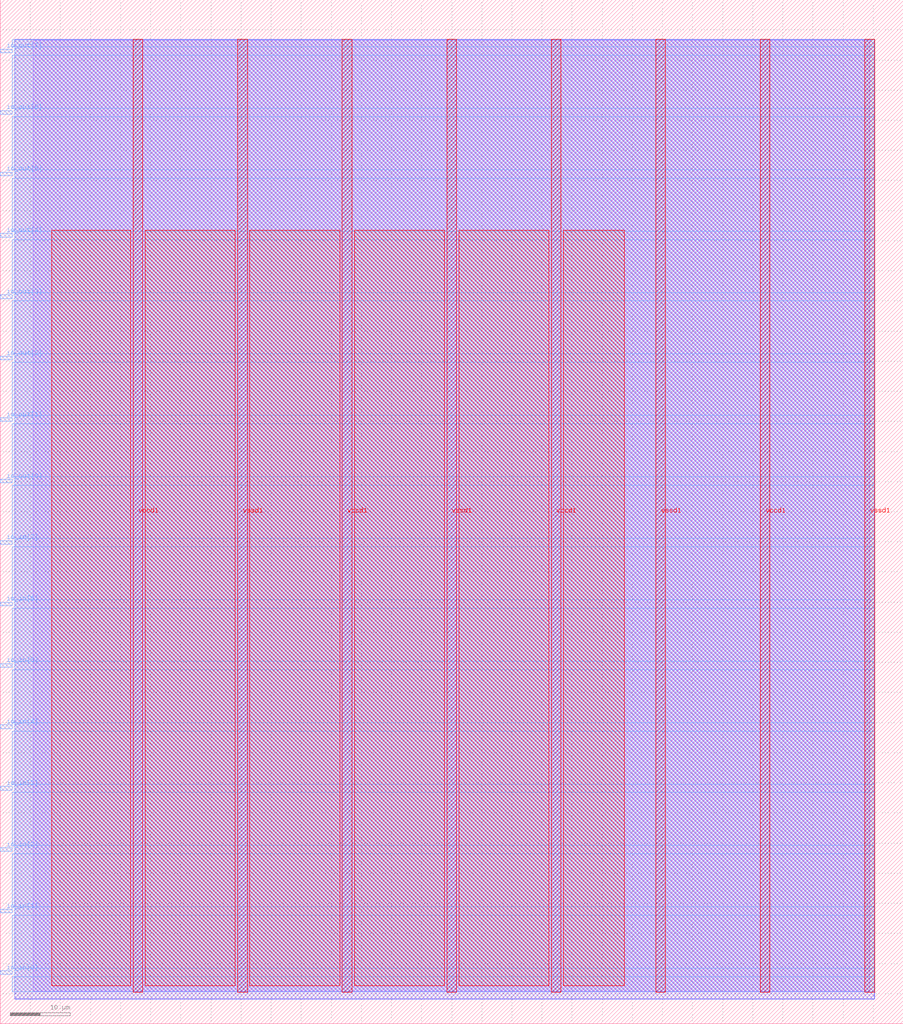
<source format=lef>
VERSION 5.7 ;
  NOWIREEXTENSIONATPIN ON ;
  DIVIDERCHAR "/" ;
  BUSBITCHARS "[]" ;
MACRO krasin_tt02_verilog_spi_7_channel_pwm_driver
  CLASS BLOCK ;
  FOREIGN krasin_tt02_verilog_spi_7_channel_pwm_driver ;
  ORIGIN 0.000 0.000 ;
  SIZE 150.000 BY 170.000 ;
  PIN io_in[0]
    DIRECTION INPUT ;
    USE SIGNAL ;
    PORT
      LAYER met3 ;
        RECT 0.000 8.200 2.000 8.800 ;
    END
  END io_in[0]
  PIN io_in[1]
    DIRECTION INPUT ;
    USE SIGNAL ;
    PORT
      LAYER met3 ;
        RECT 0.000 18.400 2.000 19.000 ;
    END
  END io_in[1]
  PIN io_in[2]
    DIRECTION INPUT ;
    USE SIGNAL ;
    PORT
      LAYER met3 ;
        RECT 0.000 28.600 2.000 29.200 ;
    END
  END io_in[2]
  PIN io_in[3]
    DIRECTION INPUT ;
    USE SIGNAL ;
    PORT
      LAYER met3 ;
        RECT 0.000 38.800 2.000 39.400 ;
    END
  END io_in[3]
  PIN io_in[4]
    DIRECTION INPUT ;
    USE SIGNAL ;
    PORT
      LAYER met3 ;
        RECT 0.000 49.000 2.000 49.600 ;
    END
  END io_in[4]
  PIN io_in[5]
    DIRECTION INPUT ;
    USE SIGNAL ;
    PORT
      LAYER met3 ;
        RECT 0.000 59.200 2.000 59.800 ;
    END
  END io_in[5]
  PIN io_in[6]
    DIRECTION INPUT ;
    USE SIGNAL ;
    PORT
      LAYER met3 ;
        RECT 0.000 69.400 2.000 70.000 ;
    END
  END io_in[6]
  PIN io_in[7]
    DIRECTION INPUT ;
    USE SIGNAL ;
    PORT
      LAYER met3 ;
        RECT 0.000 79.600 2.000 80.200 ;
    END
  END io_in[7]
  PIN io_out[0]
    DIRECTION OUTPUT TRISTATE ;
    USE SIGNAL ;
    PORT
      LAYER met3 ;
        RECT 0.000 89.800 2.000 90.400 ;
    END
  END io_out[0]
  PIN io_out[1]
    DIRECTION OUTPUT TRISTATE ;
    USE SIGNAL ;
    PORT
      LAYER met3 ;
        RECT 0.000 100.000 2.000 100.600 ;
    END
  END io_out[1]
  PIN io_out[2]
    DIRECTION OUTPUT TRISTATE ;
    USE SIGNAL ;
    PORT
      LAYER met3 ;
        RECT 0.000 110.200 2.000 110.800 ;
    END
  END io_out[2]
  PIN io_out[3]
    DIRECTION OUTPUT TRISTATE ;
    USE SIGNAL ;
    PORT
      LAYER met3 ;
        RECT 0.000 120.400 2.000 121.000 ;
    END
  END io_out[3]
  PIN io_out[4]
    DIRECTION OUTPUT TRISTATE ;
    USE SIGNAL ;
    PORT
      LAYER met3 ;
        RECT 0.000 130.600 2.000 131.200 ;
    END
  END io_out[4]
  PIN io_out[5]
    DIRECTION OUTPUT TRISTATE ;
    USE SIGNAL ;
    PORT
      LAYER met3 ;
        RECT 0.000 140.800 2.000 141.400 ;
    END
  END io_out[5]
  PIN io_out[6]
    DIRECTION OUTPUT TRISTATE ;
    USE SIGNAL ;
    PORT
      LAYER met3 ;
        RECT 0.000 151.000 2.000 151.600 ;
    END
  END io_out[6]
  PIN io_out[7]
    DIRECTION OUTPUT TRISTATE ;
    USE SIGNAL ;
    PORT
      LAYER met3 ;
        RECT 0.000 161.200 2.000 161.800 ;
    END
  END io_out[7]
  PIN vccd1
    DIRECTION INOUT ;
    USE POWER ;
    PORT
      LAYER met4 ;
        RECT 22.085 5.200 23.685 163.440 ;
    END
    PORT
      LAYER met4 ;
        RECT 56.815 5.200 58.415 163.440 ;
    END
    PORT
      LAYER met4 ;
        RECT 91.545 5.200 93.145 163.440 ;
    END
    PORT
      LAYER met4 ;
        RECT 126.275 5.200 127.875 163.440 ;
    END
  END vccd1
  PIN vssd1
    DIRECTION INOUT ;
    USE GROUND ;
    PORT
      LAYER met4 ;
        RECT 39.450 5.200 41.050 163.440 ;
    END
    PORT
      LAYER met4 ;
        RECT 74.180 5.200 75.780 163.440 ;
    END
    PORT
      LAYER met4 ;
        RECT 108.910 5.200 110.510 163.440 ;
    END
    PORT
      LAYER met4 ;
        RECT 143.640 5.200 145.240 163.440 ;
    END
  END vssd1
  OBS
      LAYER li1 ;
        RECT 5.520 5.355 144.440 163.285 ;
      LAYER met1 ;
        RECT 2.370 4.120 145.240 163.440 ;
      LAYER met2 ;
        RECT 2.390 4.090 145.210 163.385 ;
      LAYER met3 ;
        RECT 2.000 162.200 145.230 163.365 ;
        RECT 2.400 160.800 145.230 162.200 ;
        RECT 2.000 152.000 145.230 160.800 ;
        RECT 2.400 150.600 145.230 152.000 ;
        RECT 2.000 141.800 145.230 150.600 ;
        RECT 2.400 140.400 145.230 141.800 ;
        RECT 2.000 131.600 145.230 140.400 ;
        RECT 2.400 130.200 145.230 131.600 ;
        RECT 2.000 121.400 145.230 130.200 ;
        RECT 2.400 120.000 145.230 121.400 ;
        RECT 2.000 111.200 145.230 120.000 ;
        RECT 2.400 109.800 145.230 111.200 ;
        RECT 2.000 101.000 145.230 109.800 ;
        RECT 2.400 99.600 145.230 101.000 ;
        RECT 2.000 90.800 145.230 99.600 ;
        RECT 2.400 89.400 145.230 90.800 ;
        RECT 2.000 80.600 145.230 89.400 ;
        RECT 2.400 79.200 145.230 80.600 ;
        RECT 2.000 70.400 145.230 79.200 ;
        RECT 2.400 69.000 145.230 70.400 ;
        RECT 2.000 60.200 145.230 69.000 ;
        RECT 2.400 58.800 145.230 60.200 ;
        RECT 2.000 50.000 145.230 58.800 ;
        RECT 2.400 48.600 145.230 50.000 ;
        RECT 2.000 39.800 145.230 48.600 ;
        RECT 2.400 38.400 145.230 39.800 ;
        RECT 2.000 29.600 145.230 38.400 ;
        RECT 2.400 28.200 145.230 29.600 ;
        RECT 2.000 19.400 145.230 28.200 ;
        RECT 2.400 18.000 145.230 19.400 ;
        RECT 2.000 9.200 145.230 18.000 ;
        RECT 2.400 7.800 145.230 9.200 ;
        RECT 2.000 5.275 145.230 7.800 ;
      LAYER met4 ;
        RECT 8.575 6.295 21.685 131.745 ;
        RECT 24.085 6.295 39.050 131.745 ;
        RECT 41.450 6.295 56.415 131.745 ;
        RECT 58.815 6.295 73.780 131.745 ;
        RECT 76.180 6.295 91.145 131.745 ;
        RECT 93.545 6.295 103.665 131.745 ;
  END
END krasin_tt02_verilog_spi_7_channel_pwm_driver
END LIBRARY


</source>
